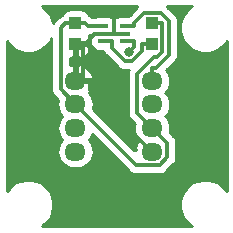
<source format=gtl>
G04 #@! TF.GenerationSoftware,KiCad,Pcbnew,(5.1.2)-1*
G04 #@! TF.CreationDate,2021-08-30T19:49:36+09:00*
G04 #@! TF.ProjectId,IR,49522e6b-6963-4616-945f-706362585858,v1.0*
G04 #@! TF.SameCoordinates,Original*
G04 #@! TF.FileFunction,Copper,L1,Top*
G04 #@! TF.FilePolarity,Positive*
%FSLAX46Y46*%
G04 Gerber Fmt 4.6, Leading zero omitted, Abs format (unit mm)*
G04 Created by KiCad (PCBNEW (5.1.2)-1) date 2021-08-30 19:49:36*
%MOMM*%
%LPD*%
G04 APERTURE LIST*
%ADD10R,1.000000X1.100000*%
%ADD11O,1.800000X1.524000*%
%ADD12R,0.850000X0.400000*%
%ADD13C,0.800000*%
%ADD14C,0.300000*%
%ADD15C,0.254000*%
G04 APERTURE END LIST*
D10*
X185500000Y-102150000D03*
X185500000Y-103850000D03*
D11*
X185500000Y-113000000D03*
X185500000Y-111000000D03*
X185500000Y-109000000D03*
X185500000Y-107000000D03*
X192000000Y-107000000D03*
X192000000Y-109000000D03*
X192000000Y-111000000D03*
X192000000Y-113000000D03*
D10*
X192000000Y-102150000D03*
X192000000Y-103850000D03*
D12*
X187825000Y-102350000D03*
X187825000Y-103000000D03*
X187825000Y-103650000D03*
X189675000Y-103000000D03*
X189675000Y-103650000D03*
X189675000Y-102350000D03*
D13*
X187750000Y-113000000D03*
X196250000Y-109500000D03*
X187500000Y-105000000D03*
X190000000Y-101250000D03*
X182500000Y-107000000D03*
X190026000Y-104568200D03*
D14*
X185500000Y-102150000D02*
X186350300Y-102150000D01*
X185500000Y-102150000D02*
X184649700Y-102150000D01*
X192850300Y-104595200D02*
X192850300Y-102150000D01*
X192431700Y-105013800D02*
X192850300Y-104595200D01*
X192166200Y-105013800D02*
X192431700Y-105013800D01*
X190717000Y-106463000D02*
X192166200Y-105013800D01*
X190717000Y-109717000D02*
X190717000Y-106463000D01*
X192000000Y-111000000D02*
X190717000Y-109717000D01*
X192000000Y-102150000D02*
X192850300Y-102150000D01*
X186550300Y-102350000D02*
X186350300Y-102150000D01*
X187825000Y-102350000D02*
X186550300Y-102350000D01*
X184237600Y-107737600D02*
X185500000Y-109000000D01*
X184237600Y-102562100D02*
X184237600Y-107737600D01*
X184649700Y-102150000D02*
X184237600Y-102562100D01*
X193259600Y-112259600D02*
X192000000Y-111000000D01*
X193259600Y-113493300D02*
X193259600Y-112259600D01*
X192625200Y-114127700D02*
X193259600Y-113493300D01*
X190627700Y-114127700D02*
X192625200Y-114127700D01*
X185500000Y-109000000D02*
X190627700Y-114127700D01*
X187750000Y-113000000D02*
X187750000Y-116250000D01*
X196250000Y-112750000D02*
X196250000Y-109500000D01*
X193250000Y-115750000D02*
X196250000Y-112750000D01*
X192500000Y-115750000D02*
X193250000Y-115750000D01*
X192250000Y-115500000D02*
X192500000Y-115750000D01*
X188500000Y-115500000D02*
X192250000Y-115500000D01*
X187750000Y-116250000D02*
X188500000Y-115500000D01*
X185500000Y-103850000D02*
X186650000Y-103850000D01*
X187500000Y-104700000D02*
X187500000Y-105000000D01*
X186650000Y-103850000D02*
X187500000Y-104700000D01*
X188750000Y-103000000D02*
X188750000Y-101250000D01*
X188750000Y-101250000D02*
X190000000Y-101250000D01*
X189675000Y-103000000D02*
X188750000Y-103000000D01*
X188750000Y-103000000D02*
X187825000Y-103000000D01*
X187049700Y-103150600D02*
X186350300Y-103850000D01*
X187049700Y-103000000D02*
X187049700Y-103150600D01*
X187825000Y-103000000D02*
X187049700Y-103000000D01*
X186750300Y-107750300D02*
X186750300Y-107000000D01*
X192000000Y-113000000D02*
X186750300Y-107750300D01*
X186125200Y-107000000D02*
X186125200Y-103850000D01*
X185500000Y-107000000D02*
X186125200Y-107000000D01*
X186125200Y-107000000D02*
X186750300Y-107000000D01*
X185500000Y-103850000D02*
X186125200Y-103850000D01*
X186125200Y-103850000D02*
X186350300Y-103850000D01*
X192299500Y-105887700D02*
X192000000Y-105887700D01*
X193388400Y-104798800D02*
X192299500Y-105887700D01*
X193388400Y-101931100D02*
X193388400Y-104798800D01*
X192706900Y-101249600D02*
X193388400Y-101931100D01*
X191275500Y-101249600D02*
X192706900Y-101249600D01*
X190450300Y-102074800D02*
X191275500Y-101249600D01*
X190450300Y-102350000D02*
X190450300Y-102074800D01*
X189675000Y-102350000D02*
X190450300Y-102350000D01*
X192000000Y-107000000D02*
X192000000Y-105887700D01*
X190450300Y-104143900D02*
X190026000Y-104568200D01*
X190450300Y-103650000D02*
X190450300Y-104143900D01*
X189675000Y-103650000D02*
X190450300Y-103650000D01*
X191149700Y-104509000D02*
X191149700Y-103850000D01*
X190326100Y-105332600D02*
X191149700Y-104509000D01*
X189701400Y-105332600D02*
X190326100Y-105332600D01*
X188600300Y-104231500D02*
X189701400Y-105332600D01*
X188600300Y-103650000D02*
X188600300Y-104231500D01*
X187825000Y-103650000D02*
X188600300Y-103650000D01*
X192000000Y-103850000D02*
X191149700Y-103850000D01*
D15*
G36*
X195139017Y-100841637D02*
G01*
X194841637Y-101139017D01*
X194607988Y-101488698D01*
X194447047Y-101877244D01*
X194365000Y-102289721D01*
X194365000Y-102710279D01*
X194447047Y-103122756D01*
X194607988Y-103511302D01*
X194841637Y-103860983D01*
X195139017Y-104158363D01*
X195488698Y-104392012D01*
X195877244Y-104552953D01*
X196289721Y-104635000D01*
X196710279Y-104635000D01*
X197122756Y-104552953D01*
X197511302Y-104392012D01*
X197860983Y-104158363D01*
X198158363Y-103860983D01*
X198290000Y-103663974D01*
X198290001Y-116336027D01*
X198158363Y-116139017D01*
X197860983Y-115841637D01*
X197511302Y-115607988D01*
X197122756Y-115447047D01*
X196710279Y-115365000D01*
X196289721Y-115365000D01*
X195877244Y-115447047D01*
X195488698Y-115607988D01*
X195139017Y-115841637D01*
X194841637Y-116139017D01*
X194607988Y-116488698D01*
X194447047Y-116877244D01*
X194365000Y-117289721D01*
X194365000Y-117710279D01*
X194447047Y-118122756D01*
X194607988Y-118511302D01*
X194841637Y-118860983D01*
X195139017Y-119158363D01*
X195336026Y-119290000D01*
X182663974Y-119290000D01*
X182860983Y-119158363D01*
X183158363Y-118860983D01*
X183392012Y-118511302D01*
X183552953Y-118122756D01*
X183635000Y-117710279D01*
X183635000Y-117289721D01*
X183552953Y-116877244D01*
X183392012Y-116488698D01*
X183158363Y-116139017D01*
X182860983Y-115841637D01*
X182511302Y-115607988D01*
X182122756Y-115447047D01*
X181710279Y-115365000D01*
X181289721Y-115365000D01*
X180877244Y-115447047D01*
X180488698Y-115607988D01*
X180139017Y-115841637D01*
X179841637Y-116139017D01*
X179710000Y-116336026D01*
X179710000Y-103663974D01*
X179841637Y-103860983D01*
X180139017Y-104158363D01*
X180488698Y-104392012D01*
X180877244Y-104552953D01*
X181289721Y-104635000D01*
X181710279Y-104635000D01*
X182122756Y-104552953D01*
X182511302Y-104392012D01*
X182860983Y-104158363D01*
X183158363Y-103860983D01*
X183392012Y-103511302D01*
X183452600Y-103365029D01*
X183452601Y-107699037D01*
X183448803Y-107737600D01*
X183463959Y-107891486D01*
X183508846Y-108039459D01*
X183508847Y-108039460D01*
X183581739Y-108175833D01*
X183599367Y-108197312D01*
X183655255Y-108265412D01*
X183655259Y-108265416D01*
X183679837Y-108295364D01*
X183709785Y-108319942D01*
X184015650Y-108625807D01*
X183985214Y-108726140D01*
X183958241Y-109000000D01*
X183985214Y-109273860D01*
X184065096Y-109537195D01*
X184194817Y-109779887D01*
X184369392Y-109992608D01*
X184378399Y-110000000D01*
X184369392Y-110007392D01*
X184194817Y-110220113D01*
X184065096Y-110462805D01*
X183985214Y-110726140D01*
X183958241Y-111000000D01*
X183985214Y-111273860D01*
X184065096Y-111537195D01*
X184194817Y-111779887D01*
X184369392Y-111992608D01*
X184378399Y-112000000D01*
X184369392Y-112007392D01*
X184194817Y-112220113D01*
X184065096Y-112462805D01*
X183985214Y-112726140D01*
X183958241Y-113000000D01*
X183985214Y-113273860D01*
X184065096Y-113537195D01*
X184194817Y-113779887D01*
X184369392Y-113992608D01*
X184582113Y-114167183D01*
X184824805Y-114296904D01*
X185088140Y-114376786D01*
X185293375Y-114397000D01*
X185706625Y-114397000D01*
X185911860Y-114376786D01*
X186175195Y-114296904D01*
X186417887Y-114167183D01*
X186630608Y-113992608D01*
X186805183Y-113779887D01*
X186934904Y-113537195D01*
X187014786Y-113273860D01*
X187041759Y-113000000D01*
X187014786Y-112726140D01*
X186934904Y-112462805D01*
X186805183Y-112220113D01*
X186630608Y-112007392D01*
X186621601Y-112000000D01*
X186630608Y-111992608D01*
X186805183Y-111779887D01*
X186932164Y-111542321D01*
X190045353Y-114655510D01*
X190069936Y-114685464D01*
X190189467Y-114783562D01*
X190325840Y-114856454D01*
X190473813Y-114901342D01*
X190548726Y-114908720D01*
X190589139Y-114912700D01*
X190589144Y-114912700D01*
X190627700Y-114916497D01*
X190666256Y-114912700D01*
X192586647Y-114912700D01*
X192625200Y-114916497D01*
X192663753Y-114912700D01*
X192663761Y-114912700D01*
X192779087Y-114901341D01*
X192927060Y-114856454D01*
X193063433Y-114783562D01*
X193182964Y-114685464D01*
X193207546Y-114655511D01*
X193787416Y-114075641D01*
X193817364Y-114051064D01*
X193915462Y-113931533D01*
X193988354Y-113795160D01*
X194033241Y-113647187D01*
X194044600Y-113531861D01*
X194044600Y-113531854D01*
X194048397Y-113493301D01*
X194044600Y-113454748D01*
X194044600Y-112298152D01*
X194048397Y-112259599D01*
X194044600Y-112221046D01*
X194044600Y-112221039D01*
X194033241Y-112105713D01*
X193988354Y-111957740D01*
X193915462Y-111821367D01*
X193817364Y-111701836D01*
X193787415Y-111677258D01*
X193484350Y-111374193D01*
X193514786Y-111273860D01*
X193541759Y-111000000D01*
X193514786Y-110726140D01*
X193434904Y-110462805D01*
X193305183Y-110220113D01*
X193130608Y-110007392D01*
X193121601Y-110000000D01*
X193130608Y-109992608D01*
X193305183Y-109779887D01*
X193434904Y-109537195D01*
X193514786Y-109273860D01*
X193541759Y-109000000D01*
X193514786Y-108726140D01*
X193434904Y-108462805D01*
X193305183Y-108220113D01*
X193130608Y-108007392D01*
X193121601Y-108000000D01*
X193130608Y-107992608D01*
X193305183Y-107779887D01*
X193434904Y-107537195D01*
X193514786Y-107273860D01*
X193541759Y-107000000D01*
X193514786Y-106726140D01*
X193434904Y-106462805D01*
X193305183Y-106220113D01*
X193202439Y-106094918D01*
X193916215Y-105381142D01*
X193946164Y-105356564D01*
X193979735Y-105315659D01*
X194006832Y-105282641D01*
X194044262Y-105237033D01*
X194117154Y-105100660D01*
X194139859Y-105025812D01*
X194162041Y-104952688D01*
X194168475Y-104887362D01*
X194173400Y-104837361D01*
X194173400Y-104837354D01*
X194177197Y-104798801D01*
X194173400Y-104760248D01*
X194173400Y-101969656D01*
X194177197Y-101931100D01*
X194173400Y-101892540D01*
X194173400Y-101892539D01*
X194165011Y-101807364D01*
X194162042Y-101777213D01*
X194117154Y-101629240D01*
X194101525Y-101600000D01*
X194044262Y-101492867D01*
X193946164Y-101373336D01*
X193916211Y-101348754D01*
X193289247Y-100721790D01*
X193279571Y-100710000D01*
X195336026Y-100710000D01*
X195139017Y-100841637D01*
X195139017Y-100841637D01*
G37*
X195139017Y-100841637D02*
X194841637Y-101139017D01*
X194607988Y-101488698D01*
X194447047Y-101877244D01*
X194365000Y-102289721D01*
X194365000Y-102710279D01*
X194447047Y-103122756D01*
X194607988Y-103511302D01*
X194841637Y-103860983D01*
X195139017Y-104158363D01*
X195488698Y-104392012D01*
X195877244Y-104552953D01*
X196289721Y-104635000D01*
X196710279Y-104635000D01*
X197122756Y-104552953D01*
X197511302Y-104392012D01*
X197860983Y-104158363D01*
X198158363Y-103860983D01*
X198290000Y-103663974D01*
X198290001Y-116336027D01*
X198158363Y-116139017D01*
X197860983Y-115841637D01*
X197511302Y-115607988D01*
X197122756Y-115447047D01*
X196710279Y-115365000D01*
X196289721Y-115365000D01*
X195877244Y-115447047D01*
X195488698Y-115607988D01*
X195139017Y-115841637D01*
X194841637Y-116139017D01*
X194607988Y-116488698D01*
X194447047Y-116877244D01*
X194365000Y-117289721D01*
X194365000Y-117710279D01*
X194447047Y-118122756D01*
X194607988Y-118511302D01*
X194841637Y-118860983D01*
X195139017Y-119158363D01*
X195336026Y-119290000D01*
X182663974Y-119290000D01*
X182860983Y-119158363D01*
X183158363Y-118860983D01*
X183392012Y-118511302D01*
X183552953Y-118122756D01*
X183635000Y-117710279D01*
X183635000Y-117289721D01*
X183552953Y-116877244D01*
X183392012Y-116488698D01*
X183158363Y-116139017D01*
X182860983Y-115841637D01*
X182511302Y-115607988D01*
X182122756Y-115447047D01*
X181710279Y-115365000D01*
X181289721Y-115365000D01*
X180877244Y-115447047D01*
X180488698Y-115607988D01*
X180139017Y-115841637D01*
X179841637Y-116139017D01*
X179710000Y-116336026D01*
X179710000Y-103663974D01*
X179841637Y-103860983D01*
X180139017Y-104158363D01*
X180488698Y-104392012D01*
X180877244Y-104552953D01*
X181289721Y-104635000D01*
X181710279Y-104635000D01*
X182122756Y-104552953D01*
X182511302Y-104392012D01*
X182860983Y-104158363D01*
X183158363Y-103860983D01*
X183392012Y-103511302D01*
X183452600Y-103365029D01*
X183452601Y-107699037D01*
X183448803Y-107737600D01*
X183463959Y-107891486D01*
X183508846Y-108039459D01*
X183508847Y-108039460D01*
X183581739Y-108175833D01*
X183599367Y-108197312D01*
X183655255Y-108265412D01*
X183655259Y-108265416D01*
X183679837Y-108295364D01*
X183709785Y-108319942D01*
X184015650Y-108625807D01*
X183985214Y-108726140D01*
X183958241Y-109000000D01*
X183985214Y-109273860D01*
X184065096Y-109537195D01*
X184194817Y-109779887D01*
X184369392Y-109992608D01*
X184378399Y-110000000D01*
X184369392Y-110007392D01*
X184194817Y-110220113D01*
X184065096Y-110462805D01*
X183985214Y-110726140D01*
X183958241Y-111000000D01*
X183985214Y-111273860D01*
X184065096Y-111537195D01*
X184194817Y-111779887D01*
X184369392Y-111992608D01*
X184378399Y-112000000D01*
X184369392Y-112007392D01*
X184194817Y-112220113D01*
X184065096Y-112462805D01*
X183985214Y-112726140D01*
X183958241Y-113000000D01*
X183985214Y-113273860D01*
X184065096Y-113537195D01*
X184194817Y-113779887D01*
X184369392Y-113992608D01*
X184582113Y-114167183D01*
X184824805Y-114296904D01*
X185088140Y-114376786D01*
X185293375Y-114397000D01*
X185706625Y-114397000D01*
X185911860Y-114376786D01*
X186175195Y-114296904D01*
X186417887Y-114167183D01*
X186630608Y-113992608D01*
X186805183Y-113779887D01*
X186934904Y-113537195D01*
X187014786Y-113273860D01*
X187041759Y-113000000D01*
X187014786Y-112726140D01*
X186934904Y-112462805D01*
X186805183Y-112220113D01*
X186630608Y-112007392D01*
X186621601Y-112000000D01*
X186630608Y-111992608D01*
X186805183Y-111779887D01*
X186932164Y-111542321D01*
X190045353Y-114655510D01*
X190069936Y-114685464D01*
X190189467Y-114783562D01*
X190325840Y-114856454D01*
X190473813Y-114901342D01*
X190548726Y-114908720D01*
X190589139Y-114912700D01*
X190589144Y-114912700D01*
X190627700Y-114916497D01*
X190666256Y-114912700D01*
X192586647Y-114912700D01*
X192625200Y-114916497D01*
X192663753Y-114912700D01*
X192663761Y-114912700D01*
X192779087Y-114901341D01*
X192927060Y-114856454D01*
X193063433Y-114783562D01*
X193182964Y-114685464D01*
X193207546Y-114655511D01*
X193787416Y-114075641D01*
X193817364Y-114051064D01*
X193915462Y-113931533D01*
X193988354Y-113795160D01*
X194033241Y-113647187D01*
X194044600Y-113531861D01*
X194044600Y-113531854D01*
X194048397Y-113493301D01*
X194044600Y-113454748D01*
X194044600Y-112298152D01*
X194048397Y-112259599D01*
X194044600Y-112221046D01*
X194044600Y-112221039D01*
X194033241Y-112105713D01*
X193988354Y-111957740D01*
X193915462Y-111821367D01*
X193817364Y-111701836D01*
X193787415Y-111677258D01*
X193484350Y-111374193D01*
X193514786Y-111273860D01*
X193541759Y-111000000D01*
X193514786Y-110726140D01*
X193434904Y-110462805D01*
X193305183Y-110220113D01*
X193130608Y-110007392D01*
X193121601Y-110000000D01*
X193130608Y-109992608D01*
X193305183Y-109779887D01*
X193434904Y-109537195D01*
X193514786Y-109273860D01*
X193541759Y-109000000D01*
X193514786Y-108726140D01*
X193434904Y-108462805D01*
X193305183Y-108220113D01*
X193130608Y-108007392D01*
X193121601Y-108000000D01*
X193130608Y-107992608D01*
X193305183Y-107779887D01*
X193434904Y-107537195D01*
X193514786Y-107273860D01*
X193541759Y-107000000D01*
X193514786Y-106726140D01*
X193434904Y-106462805D01*
X193305183Y-106220113D01*
X193202439Y-106094918D01*
X193916215Y-105381142D01*
X193946164Y-105356564D01*
X193979735Y-105315659D01*
X194006832Y-105282641D01*
X194044262Y-105237033D01*
X194117154Y-105100660D01*
X194139859Y-105025812D01*
X194162041Y-104952688D01*
X194168475Y-104887362D01*
X194173400Y-104837361D01*
X194173400Y-104837354D01*
X194177197Y-104798801D01*
X194173400Y-104760248D01*
X194173400Y-101969656D01*
X194177197Y-101931100D01*
X194173400Y-101892540D01*
X194173400Y-101892539D01*
X194165011Y-101807364D01*
X194162042Y-101777213D01*
X194117154Y-101629240D01*
X194101525Y-101600000D01*
X194044262Y-101492867D01*
X193946164Y-101373336D01*
X193916211Y-101348754D01*
X193289247Y-100721790D01*
X193279571Y-100710000D01*
X195336026Y-100710000D01*
X195139017Y-100841637D01*
G36*
X192127000Y-112873000D02*
G01*
X192147000Y-112873000D01*
X192147000Y-113127000D01*
X192127000Y-113127000D01*
X192127000Y-113147000D01*
X191873000Y-113147000D01*
X191873000Y-113127000D01*
X191853000Y-113127000D01*
X191853000Y-112873000D01*
X191873000Y-112873000D01*
X191873000Y-112853000D01*
X192127000Y-112853000D01*
X192127000Y-112873000D01*
X192127000Y-112873000D01*
G37*
X192127000Y-112873000D02*
X192147000Y-112873000D01*
X192147000Y-113127000D01*
X192127000Y-113127000D01*
X192127000Y-113147000D01*
X191873000Y-113147000D01*
X191873000Y-113127000D01*
X191853000Y-113127000D01*
X191853000Y-112873000D01*
X191873000Y-112873000D01*
X191873000Y-112853000D01*
X192127000Y-112853000D01*
X192127000Y-112873000D01*
G36*
X186832968Y-103163782D02*
G01*
X186765000Y-103231750D01*
X186775217Y-103322127D01*
X186774188Y-103325518D01*
X186761928Y-103450000D01*
X186761928Y-103850000D01*
X186774188Y-103974482D01*
X186810498Y-104094180D01*
X186869463Y-104204494D01*
X186948815Y-104301185D01*
X187045506Y-104380537D01*
X187155820Y-104439502D01*
X187275518Y-104475812D01*
X187400000Y-104488072D01*
X187857808Y-104488072D01*
X187871546Y-104533360D01*
X187944439Y-104669733D01*
X187979078Y-104711940D01*
X188017955Y-104759312D01*
X188017959Y-104759316D01*
X188042537Y-104789264D01*
X188072485Y-104813842D01*
X189119053Y-105860410D01*
X189143636Y-105890364D01*
X189263167Y-105988462D01*
X189399540Y-106061354D01*
X189547513Y-106106242D01*
X189622426Y-106113620D01*
X189662839Y-106117600D01*
X189662844Y-106117600D01*
X189701400Y-106121397D01*
X189739956Y-106117600D01*
X190011519Y-106117600D01*
X189988246Y-106161141D01*
X189943359Y-106309114D01*
X189928203Y-106463000D01*
X189932001Y-106501563D01*
X189932000Y-109678447D01*
X189928203Y-109717000D01*
X189932000Y-109755553D01*
X189932000Y-109755560D01*
X189943359Y-109870886D01*
X189988246Y-110018859D01*
X190061138Y-110155232D01*
X190159236Y-110274764D01*
X190189190Y-110299347D01*
X190515650Y-110625807D01*
X190485214Y-110726140D01*
X190458241Y-111000000D01*
X190485214Y-111273860D01*
X190565096Y-111537195D01*
X190694817Y-111779887D01*
X190869392Y-111992608D01*
X190885663Y-112005961D01*
X190737865Y-112169670D01*
X190597476Y-112404932D01*
X190507780Y-112656930D01*
X190630279Y-112872998D01*
X190483155Y-112872998D01*
X186984350Y-109374193D01*
X187014786Y-109273860D01*
X187041759Y-109000000D01*
X187014786Y-108726140D01*
X186934904Y-108462805D01*
X186805183Y-108220113D01*
X186630608Y-108007392D01*
X186614337Y-107994039D01*
X186762135Y-107830330D01*
X186902524Y-107595068D01*
X186992220Y-107343070D01*
X186869720Y-107127000D01*
X185627000Y-107127000D01*
X185627000Y-107147000D01*
X185373000Y-107147000D01*
X185373000Y-107127000D01*
X185353000Y-107127000D01*
X185353000Y-106873000D01*
X185373000Y-106873000D01*
X185373000Y-105761251D01*
X185627000Y-105761251D01*
X185627000Y-106873000D01*
X186869720Y-106873000D01*
X186992220Y-106656930D01*
X186902524Y-106404932D01*
X186762135Y-106169670D01*
X186578546Y-105966317D01*
X186358812Y-105802688D01*
X186111378Y-105685071D01*
X185845752Y-105617986D01*
X185627000Y-105761251D01*
X185373000Y-105761251D01*
X185154248Y-105617986D01*
X185022600Y-105651234D01*
X185022600Y-105037748D01*
X185214250Y-105035000D01*
X185373000Y-104876250D01*
X185373000Y-103977000D01*
X185627000Y-103977000D01*
X185627000Y-104876250D01*
X185785750Y-105035000D01*
X186000000Y-105038072D01*
X186124482Y-105025812D01*
X186244180Y-104989502D01*
X186354494Y-104930537D01*
X186451185Y-104851185D01*
X186530537Y-104754494D01*
X186589502Y-104644180D01*
X186625812Y-104524482D01*
X186638072Y-104400000D01*
X186635000Y-104135750D01*
X186476250Y-103977000D01*
X185627000Y-103977000D01*
X185373000Y-103977000D01*
X185353000Y-103977000D01*
X185353000Y-103723000D01*
X185373000Y-103723000D01*
X185373000Y-103703000D01*
X185627000Y-103703000D01*
X185627000Y-103723000D01*
X186476250Y-103723000D01*
X186635000Y-103564250D01*
X186638072Y-103300000D01*
X186625812Y-103175518D01*
X186613521Y-103135000D01*
X186848353Y-103135000D01*
X186832968Y-103163782D01*
X186832968Y-103163782D01*
G37*
X186832968Y-103163782D02*
X186765000Y-103231750D01*
X186775217Y-103322127D01*
X186774188Y-103325518D01*
X186761928Y-103450000D01*
X186761928Y-103850000D01*
X186774188Y-103974482D01*
X186810498Y-104094180D01*
X186869463Y-104204494D01*
X186948815Y-104301185D01*
X187045506Y-104380537D01*
X187155820Y-104439502D01*
X187275518Y-104475812D01*
X187400000Y-104488072D01*
X187857808Y-104488072D01*
X187871546Y-104533360D01*
X187944439Y-104669733D01*
X187979078Y-104711940D01*
X188017955Y-104759312D01*
X188017959Y-104759316D01*
X188042537Y-104789264D01*
X188072485Y-104813842D01*
X189119053Y-105860410D01*
X189143636Y-105890364D01*
X189263167Y-105988462D01*
X189399540Y-106061354D01*
X189547513Y-106106242D01*
X189622426Y-106113620D01*
X189662839Y-106117600D01*
X189662844Y-106117600D01*
X189701400Y-106121397D01*
X189739956Y-106117600D01*
X190011519Y-106117600D01*
X189988246Y-106161141D01*
X189943359Y-106309114D01*
X189928203Y-106463000D01*
X189932001Y-106501563D01*
X189932000Y-109678447D01*
X189928203Y-109717000D01*
X189932000Y-109755553D01*
X189932000Y-109755560D01*
X189943359Y-109870886D01*
X189988246Y-110018859D01*
X190061138Y-110155232D01*
X190159236Y-110274764D01*
X190189190Y-110299347D01*
X190515650Y-110625807D01*
X190485214Y-110726140D01*
X190458241Y-111000000D01*
X190485214Y-111273860D01*
X190565096Y-111537195D01*
X190694817Y-111779887D01*
X190869392Y-111992608D01*
X190885663Y-112005961D01*
X190737865Y-112169670D01*
X190597476Y-112404932D01*
X190507780Y-112656930D01*
X190630279Y-112872998D01*
X190483155Y-112872998D01*
X186984350Y-109374193D01*
X187014786Y-109273860D01*
X187041759Y-109000000D01*
X187014786Y-108726140D01*
X186934904Y-108462805D01*
X186805183Y-108220113D01*
X186630608Y-108007392D01*
X186614337Y-107994039D01*
X186762135Y-107830330D01*
X186902524Y-107595068D01*
X186992220Y-107343070D01*
X186869720Y-107127000D01*
X185627000Y-107127000D01*
X185627000Y-107147000D01*
X185373000Y-107147000D01*
X185373000Y-107127000D01*
X185353000Y-107127000D01*
X185353000Y-106873000D01*
X185373000Y-106873000D01*
X185373000Y-105761251D01*
X185627000Y-105761251D01*
X185627000Y-106873000D01*
X186869720Y-106873000D01*
X186992220Y-106656930D01*
X186902524Y-106404932D01*
X186762135Y-106169670D01*
X186578546Y-105966317D01*
X186358812Y-105802688D01*
X186111378Y-105685071D01*
X185845752Y-105617986D01*
X185627000Y-105761251D01*
X185373000Y-105761251D01*
X185154248Y-105617986D01*
X185022600Y-105651234D01*
X185022600Y-105037748D01*
X185214250Y-105035000D01*
X185373000Y-104876250D01*
X185373000Y-103977000D01*
X185627000Y-103977000D01*
X185627000Y-104876250D01*
X185785750Y-105035000D01*
X186000000Y-105038072D01*
X186124482Y-105025812D01*
X186244180Y-104989502D01*
X186354494Y-104930537D01*
X186451185Y-104851185D01*
X186530537Y-104754494D01*
X186589502Y-104644180D01*
X186625812Y-104524482D01*
X186638072Y-104400000D01*
X186635000Y-104135750D01*
X186476250Y-103977000D01*
X185627000Y-103977000D01*
X185373000Y-103977000D01*
X185353000Y-103977000D01*
X185353000Y-103723000D01*
X185373000Y-103723000D01*
X185373000Y-103703000D01*
X185627000Y-103703000D01*
X185627000Y-103723000D01*
X186476250Y-103723000D01*
X186635000Y-103564250D01*
X186638072Y-103300000D01*
X186625812Y-103175518D01*
X186613521Y-103135000D01*
X186848353Y-103135000D01*
X186832968Y-103163782D01*
G36*
X190693157Y-100721785D02*
G01*
X189922488Y-101492455D01*
X189898760Y-101511928D01*
X189250000Y-101511928D01*
X189125518Y-101524188D01*
X189005820Y-101560498D01*
X188895506Y-101619463D01*
X188798815Y-101698815D01*
X188750000Y-101758296D01*
X188701185Y-101698815D01*
X188604494Y-101619463D01*
X188494180Y-101560498D01*
X188374482Y-101524188D01*
X188250000Y-101511928D01*
X187400000Y-101511928D01*
X187275518Y-101524188D01*
X187155820Y-101560498D01*
X187147397Y-101565000D01*
X186874877Y-101565000D01*
X186788533Y-101494138D01*
X186652160Y-101421246D01*
X186605010Y-101406943D01*
X186589502Y-101355820D01*
X186530537Y-101245506D01*
X186451185Y-101148815D01*
X186354494Y-101069463D01*
X186244180Y-101010498D01*
X186124482Y-100974188D01*
X186000000Y-100961928D01*
X185000000Y-100961928D01*
X184875518Y-100974188D01*
X184755820Y-101010498D01*
X184645506Y-101069463D01*
X184548815Y-101148815D01*
X184469463Y-101245506D01*
X184410498Y-101355820D01*
X184394990Y-101406943D01*
X184347840Y-101421246D01*
X184211467Y-101494138D01*
X184091936Y-101592236D01*
X184067353Y-101622190D01*
X183709790Y-101979753D01*
X183679836Y-102004336D01*
X183598055Y-102103986D01*
X183552953Y-101877244D01*
X183392012Y-101488698D01*
X183158363Y-101139017D01*
X182860983Y-100841637D01*
X182663974Y-100710000D01*
X190702829Y-100710000D01*
X190693157Y-100721785D01*
X190693157Y-100721785D01*
G37*
X190693157Y-100721785D02*
X189922488Y-101492455D01*
X189898760Y-101511928D01*
X189250000Y-101511928D01*
X189125518Y-101524188D01*
X189005820Y-101560498D01*
X188895506Y-101619463D01*
X188798815Y-101698815D01*
X188750000Y-101758296D01*
X188701185Y-101698815D01*
X188604494Y-101619463D01*
X188494180Y-101560498D01*
X188374482Y-101524188D01*
X188250000Y-101511928D01*
X187400000Y-101511928D01*
X187275518Y-101524188D01*
X187155820Y-101560498D01*
X187147397Y-101565000D01*
X186874877Y-101565000D01*
X186788533Y-101494138D01*
X186652160Y-101421246D01*
X186605010Y-101406943D01*
X186589502Y-101355820D01*
X186530537Y-101245506D01*
X186451185Y-101148815D01*
X186354494Y-101069463D01*
X186244180Y-101010498D01*
X186124482Y-100974188D01*
X186000000Y-100961928D01*
X185000000Y-100961928D01*
X184875518Y-100974188D01*
X184755820Y-101010498D01*
X184645506Y-101069463D01*
X184548815Y-101148815D01*
X184469463Y-101245506D01*
X184410498Y-101355820D01*
X184394990Y-101406943D01*
X184347840Y-101421246D01*
X184211467Y-101494138D01*
X184091936Y-101592236D01*
X184067353Y-101622190D01*
X183709790Y-101979753D01*
X183679836Y-102004336D01*
X183598055Y-102103986D01*
X183552953Y-101877244D01*
X183392012Y-101488698D01*
X183158363Y-101139017D01*
X182860983Y-100841637D01*
X182663974Y-100710000D01*
X190702829Y-100710000D01*
X190693157Y-100721785D01*
M02*

</source>
